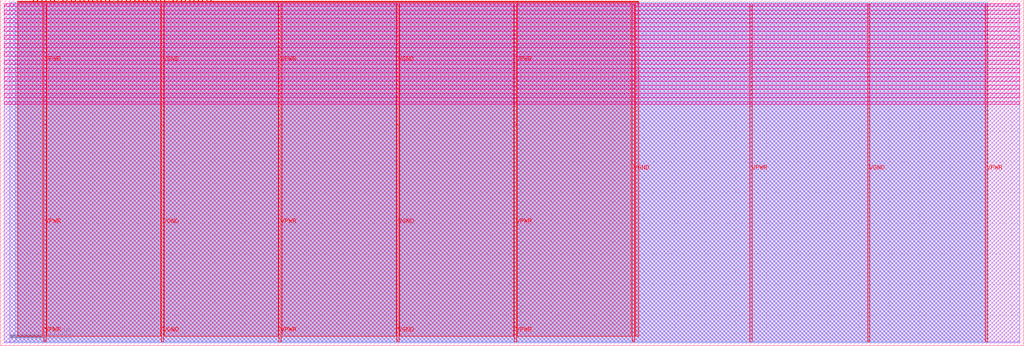
<source format=lef>
VERSION 5.7 ;
  NOWIREEXTENSIONATPIN ON ;
  DIVIDERCHAR "/" ;
  BUSBITCHARS "[]" ;
MACRO tt_um_urish_dffram
  CLASS BLOCK ;
  FOREIGN tt_um_urish_dffram ;
  ORIGIN 0.000 0.000 ;
  SIZE 667.920 BY 225.760 ;
  PIN VGND
    USE GROUND ;
    PORT
      LAYER met4 ;
        RECT 258.680 11.880 260.280 144.120 ;
    END
    PORT
      LAYER met4 ;
        RECT 105.080 11.880 106.680 144.120 ;
    END
    PORT
      LAYER met4 ;
        RECT 565.880 2.480 567.480 223.280 ;
    END
    PORT
      LAYER met4 ;
        RECT 412.280 2.480 413.880 223.280 ;
    END
    PORT
      LAYER met4 ;
        RECT 258.680 144.120 260.280 223.280 ;
    END
    PORT
      LAYER met4 ;
        RECT 258.680 2.480 260.280 11.880 ;
    END
    PORT
      LAYER met4 ;
        RECT 105.080 144.120 106.680 223.280 ;
    END
    PORT
      LAYER met4 ;
        RECT 105.080 2.480 106.680 11.880 ;
    END
  END VGND
  PIN VPWR
    USE POWER ;
    PORT
      LAYER met4 ;
        RECT 335.480 11.880 337.080 144.120 ;
    END
    PORT
      LAYER met4 ;
        RECT 181.880 11.880 183.480 144.120 ;
    END
    PORT
      LAYER met4 ;
        RECT 28.280 11.880 29.880 144.120 ;
    END
    PORT
      LAYER met4 ;
        RECT 642.680 2.480 644.280 223.280 ;
    END
    PORT
      LAYER met4 ;
        RECT 489.080 2.480 490.680 223.280 ;
    END
    PORT
      LAYER met4 ;
        RECT 335.480 144.120 337.080 223.280 ;
    END
    PORT
      LAYER met4 ;
        RECT 335.480 2.480 337.080 11.880 ;
    END
    PORT
      LAYER met4 ;
        RECT 181.880 144.120 183.480 223.280 ;
    END
    PORT
      LAYER met4 ;
        RECT 181.880 2.480 183.480 11.880 ;
    END
    PORT
      LAYER met4 ;
        RECT 28.280 144.120 29.880 223.280 ;
    END
    PORT
      LAYER met4 ;
        RECT 28.280 2.480 29.880 11.880 ;
    END
  END VPWR
  PIN clk
    ANTENNAGATEAREA 0.852000 ;
    PORT
      LAYER met4 ;
        RECT 134.630 224.760 134.930 225.760 ;
    END
  END clk
  PIN ena
    PORT
      LAYER met4 ;
        RECT 137.390 224.760 137.690 225.760 ;
    END
  END ena
  PIN rst_n
    ANTENNAGATEAREA 0.213000 ;
    PORT
      LAYER met4 ;
        RECT 131.870 224.760 132.170 225.760 ;
    END
  END rst_n
  PIN ui_in[0]
    ANTENNAGATEAREA 0.196500 ;
    PORT
      LAYER met4 ;
        RECT 129.110 224.760 129.410 225.760 ;
    END
  END ui_in[0]
  PIN ui_in[1]
    ANTENNAGATEAREA 0.196500 ;
    PORT
      LAYER met4 ;
        RECT 126.350 224.760 126.650 225.760 ;
    END
  END ui_in[1]
  PIN ui_in[2]
    ANTENNAGATEAREA 0.213000 ;
    PORT
      LAYER met4 ;
        RECT 123.590 224.760 123.890 225.760 ;
    END
  END ui_in[2]
  PIN ui_in[3]
    ANTENNAGATEAREA 0.213000 ;
    PORT
      LAYER met4 ;
        RECT 120.830 224.760 121.130 225.760 ;
    END
  END ui_in[3]
  PIN ui_in[4]
    ANTENNAGATEAREA 0.213000 ;
    PORT
      LAYER met4 ;
        RECT 118.070 224.760 118.370 225.760 ;
    END
  END ui_in[4]
  PIN ui_in[5]
    ANTENNAGATEAREA 0.213000 ;
    PORT
      LAYER met4 ;
        RECT 115.310 224.760 115.610 225.760 ;
    END
  END ui_in[5]
  PIN ui_in[6]
    ANTENNAGATEAREA 0.213000 ;
    PORT
      LAYER met4 ;
        RECT 112.550 224.760 112.850 225.760 ;
    END
  END ui_in[6]
  PIN ui_in[7]
    ANTENNAGATEAREA 0.159000 ;
    PORT
      LAYER met4 ;
        RECT 109.790 224.760 110.090 225.760 ;
    END
  END ui_in[7]
  PIN uio_in[0]
    ANTENNAGATEAREA 0.213000 ;
    PORT
      LAYER met4 ;
        RECT 107.030 224.760 107.330 225.760 ;
    END
  END uio_in[0]
  PIN uio_in[1]
    ANTENNAGATEAREA 0.213000 ;
    PORT
      LAYER met4 ;
        RECT 104.270 224.760 104.570 225.760 ;
    END
  END uio_in[1]
  PIN uio_in[2]
    ANTENNAGATEAREA 0.213000 ;
    PORT
      LAYER met4 ;
        RECT 101.510 224.760 101.810 225.760 ;
    END
  END uio_in[2]
  PIN uio_in[3]
    ANTENNAGATEAREA 0.213000 ;
    PORT
      LAYER met4 ;
        RECT 98.750 224.760 99.050 225.760 ;
    END
  END uio_in[3]
  PIN uio_in[4]
    ANTENNAGATEAREA 0.213000 ;
    PORT
      LAYER met4 ;
        RECT 95.990 224.760 96.290 225.760 ;
    END
  END uio_in[4]
  PIN uio_in[5]
    ANTENNAGATEAREA 0.247500 ;
    PORT
      LAYER met4 ;
        RECT 93.230 224.760 93.530 225.760 ;
    END
  END uio_in[5]
  PIN uio_in[6]
    ANTENNAGATEAREA 0.247500 ;
    PORT
      LAYER met4 ;
        RECT 90.470 224.760 90.770 225.760 ;
    END
  END uio_in[6]
  PIN uio_in[7]
    ANTENNAGATEAREA 0.247500 ;
    PORT
      LAYER met4 ;
        RECT 87.710 224.760 88.010 225.760 ;
    END
  END uio_in[7]
  PIN uio_oe[0]
    ANTENNADIFFAREA 0.445500 ;
    PORT
      LAYER met4 ;
        RECT 40.790 224.760 41.090 225.760 ;
    END
  END uio_oe[0]
  PIN uio_oe[1]
    ANTENNADIFFAREA 0.445500 ;
    PORT
      LAYER met4 ;
        RECT 38.030 224.760 38.330 225.760 ;
    END
  END uio_oe[1]
  PIN uio_oe[2]
    ANTENNADIFFAREA 0.445500 ;
    PORT
      LAYER met4 ;
        RECT 35.270 224.760 35.570 225.760 ;
    END
  END uio_oe[2]
  PIN uio_oe[3]
    ANTENNADIFFAREA 0.445500 ;
    PORT
      LAYER met4 ;
        RECT 32.510 224.760 32.810 225.760 ;
    END
  END uio_oe[3]
  PIN uio_oe[4]
    ANTENNADIFFAREA 0.445500 ;
    PORT
      LAYER met4 ;
        RECT 29.750 224.760 30.050 225.760 ;
    END
  END uio_oe[4]
  PIN uio_oe[5]
    ANTENNADIFFAREA 0.445500 ;
    PORT
      LAYER met4 ;
        RECT 26.990 224.760 27.290 225.760 ;
    END
  END uio_oe[5]
  PIN uio_oe[6]
    ANTENNADIFFAREA 0.445500 ;
    PORT
      LAYER met4 ;
        RECT 24.230 224.760 24.530 225.760 ;
    END
  END uio_oe[6]
  PIN uio_oe[7]
    ANTENNADIFFAREA 0.445500 ;
    PORT
      LAYER met4 ;
        RECT 21.470 224.760 21.770 225.760 ;
    END
  END uio_oe[7]
  PIN uio_out[0]
    ANTENNADIFFAREA 0.445500 ;
    PORT
      LAYER met4 ;
        RECT 62.870 224.760 63.170 225.760 ;
    END
  END uio_out[0]
  PIN uio_out[1]
    ANTENNADIFFAREA 0.445500 ;
    PORT
      LAYER met4 ;
        RECT 60.110 224.760 60.410 225.760 ;
    END
  END uio_out[1]
  PIN uio_out[2]
    ANTENNADIFFAREA 0.445500 ;
    PORT
      LAYER met4 ;
        RECT 57.350 224.760 57.650 225.760 ;
    END
  END uio_out[2]
  PIN uio_out[3]
    ANTENNADIFFAREA 0.445500 ;
    PORT
      LAYER met4 ;
        RECT 54.590 224.760 54.890 225.760 ;
    END
  END uio_out[3]
  PIN uio_out[4]
    ANTENNADIFFAREA 0.445500 ;
    PORT
      LAYER met4 ;
        RECT 51.830 224.760 52.130 225.760 ;
    END
  END uio_out[4]
  PIN uio_out[5]
    ANTENNADIFFAREA 0.445500 ;
    PORT
      LAYER met4 ;
        RECT 49.070 224.760 49.370 225.760 ;
    END
  END uio_out[5]
  PIN uio_out[6]
    ANTENNADIFFAREA 0.445500 ;
    PORT
      LAYER met4 ;
        RECT 46.310 224.760 46.610 225.760 ;
    END
  END uio_out[6]
  PIN uio_out[7]
    ANTENNADIFFAREA 0.445500 ;
    PORT
      LAYER met4 ;
        RECT 43.550 224.760 43.850 225.760 ;
    END
  END uio_out[7]
  PIN uo_out[0]
    ANTENNADIFFAREA 0.445500 ;
    PORT
      LAYER met4 ;
        RECT 84.950 224.760 85.250 225.760 ;
    END
  END uo_out[0]
  PIN uo_out[1]
    ANTENNADIFFAREA 0.445500 ;
    PORT
      LAYER met4 ;
        RECT 82.190 224.760 82.490 225.760 ;
    END
  END uo_out[1]
  PIN uo_out[2]
    ANTENNADIFFAREA 0.445500 ;
    PORT
      LAYER met4 ;
        RECT 79.430 224.760 79.730 225.760 ;
    END
  END uo_out[2]
  PIN uo_out[3]
    ANTENNADIFFAREA 0.445500 ;
    PORT
      LAYER met4 ;
        RECT 76.670 224.760 76.970 225.760 ;
    END
  END uo_out[3]
  PIN uo_out[4]
    ANTENNADIFFAREA 0.445500 ;
    PORT
      LAYER met4 ;
        RECT 73.910 224.760 74.210 225.760 ;
    END
  END uo_out[4]
  PIN uo_out[5]
    ANTENNADIFFAREA 0.445500 ;
    PORT
      LAYER met4 ;
        RECT 71.150 224.760 71.450 225.760 ;
    END
  END uo_out[5]
  PIN uo_out[6]
    ANTENNADIFFAREA 0.445500 ;
    PORT
      LAYER met4 ;
        RECT 68.390 224.760 68.690 225.760 ;
    END
  END uo_out[6]
  PIN uo_out[7]
    ANTENNADIFFAREA 0.445500 ;
    PORT
      LAYER met4 ;
        RECT 65.630 224.760 65.930 225.760 ;
    END
  END uo_out[7]
  OBS
      LAYER nwell ;
        RECT 2.570 221.625 665.350 223.230 ;
        RECT 2.570 216.185 665.350 219.015 ;
        RECT 2.570 210.745 665.350 213.575 ;
        RECT 2.570 205.305 665.350 208.135 ;
        RECT 2.570 199.865 665.350 202.695 ;
        RECT 2.570 194.425 665.350 197.255 ;
        RECT 2.570 188.985 665.350 191.815 ;
        RECT 2.570 183.545 665.350 186.375 ;
        RECT 2.570 178.105 665.350 180.935 ;
        RECT 2.570 172.665 665.350 175.495 ;
        RECT 2.570 167.225 665.350 170.055 ;
        RECT 2.570 161.785 665.350 164.615 ;
        RECT 2.570 157.570 665.350 159.175 ;
      LAYER li1 ;
        RECT 2.760 2.635 665.160 223.125 ;
      LAYER met1 ;
        RECT 2.760 2.080 665.160 223.280 ;
      LAYER met2 ;
        RECT 6.080 2.050 644.250 224.245 ;
      LAYER met3 ;
        RECT 9.725 2.555 644.270 224.225 ;
      LAYER met4 ;
        RECT 11.335 224.360 21.070 224.760 ;
        RECT 22.170 224.360 23.830 224.760 ;
        RECT 24.930 224.360 26.590 224.760 ;
        RECT 27.690 224.360 29.350 224.760 ;
        RECT 30.450 224.360 32.110 224.760 ;
        RECT 33.210 224.360 34.870 224.760 ;
        RECT 35.970 224.360 37.630 224.760 ;
        RECT 38.730 224.360 40.390 224.760 ;
        RECT 41.490 224.360 43.150 224.760 ;
        RECT 44.250 224.360 45.910 224.760 ;
        RECT 47.010 224.360 48.670 224.760 ;
        RECT 49.770 224.360 51.430 224.760 ;
        RECT 52.530 224.360 54.190 224.760 ;
        RECT 55.290 224.360 56.950 224.760 ;
        RECT 58.050 224.360 59.710 224.760 ;
        RECT 60.810 224.360 62.470 224.760 ;
        RECT 63.570 224.360 65.230 224.760 ;
        RECT 66.330 224.360 67.990 224.760 ;
        RECT 69.090 224.360 70.750 224.760 ;
        RECT 71.850 224.360 73.510 224.760 ;
        RECT 74.610 224.360 76.270 224.760 ;
        RECT 77.370 224.360 79.030 224.760 ;
        RECT 80.130 224.360 81.790 224.760 ;
        RECT 82.890 224.360 84.550 224.760 ;
        RECT 85.650 224.360 87.310 224.760 ;
        RECT 88.410 224.360 90.070 224.760 ;
        RECT 91.170 224.360 92.830 224.760 ;
        RECT 93.930 224.360 95.590 224.760 ;
        RECT 96.690 224.360 98.350 224.760 ;
        RECT 99.450 224.360 101.110 224.760 ;
        RECT 102.210 224.360 103.870 224.760 ;
        RECT 104.970 224.360 106.630 224.760 ;
        RECT 107.730 224.360 109.390 224.760 ;
        RECT 110.490 224.360 112.150 224.760 ;
        RECT 113.250 224.360 114.910 224.760 ;
        RECT 116.010 224.360 117.670 224.760 ;
        RECT 118.770 224.360 120.430 224.760 ;
        RECT 121.530 224.360 123.190 224.760 ;
        RECT 124.290 224.360 125.950 224.760 ;
        RECT 127.050 224.360 128.710 224.760 ;
        RECT 129.810 224.360 131.470 224.760 ;
        RECT 132.570 224.360 134.230 224.760 ;
        RECT 135.330 224.360 136.990 224.760 ;
        RECT 138.090 224.360 416.465 224.760 ;
        RECT 11.335 223.680 416.465 224.360 ;
        RECT 11.335 6.295 27.880 223.680 ;
        RECT 30.280 6.295 104.680 223.680 ;
        RECT 107.080 6.295 181.480 223.680 ;
        RECT 183.880 6.295 258.280 223.680 ;
        RECT 260.680 6.295 335.080 223.680 ;
        RECT 337.480 6.295 411.880 223.680 ;
        RECT 414.280 6.295 416.465 223.680 ;
  END
END tt_um_urish_dffram
END LIBRARY


</source>
